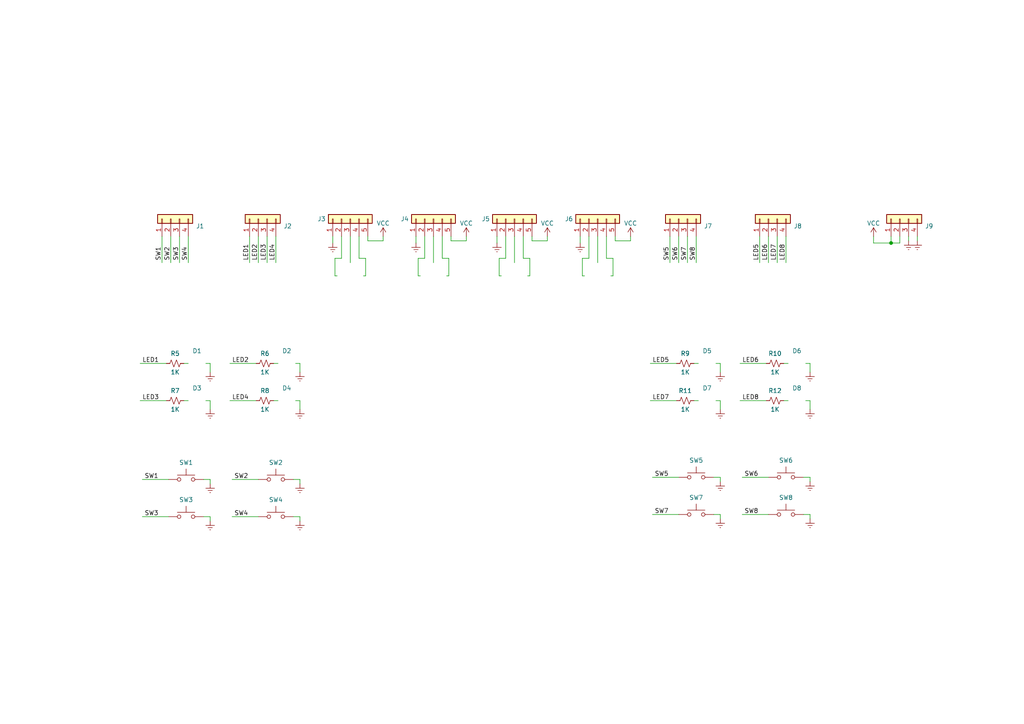
<source format=kicad_sch>
(kicad_sch (version 20211123) (generator eeschema)
  (paper "A4")
  (title_block (title "IO Board") (date "2020-02-22") (rev "1.0") (company "Gadget Reboot"))
  (lib_symbols
    (symbol "Connector_Generic:Conn_01x04" (pin_names (offset 1.016) hide)
      (property "Reference" "J" (at 0 5.08 0))
      (property "Value" "Conn_01x04" (at 0 -7.62 0))
      (symbol "Conn_01x04_1_1"
        (rectangle (start -1.27 -4.953) (end 0 -5.207) (stroke (width 0.1524)))
        (rectangle (start -1.27 -2.413) (end 0 -2.667) (stroke (width 0.1524)))
        (rectangle (start -1.27 0.127) (end 0 -0.127) (stroke (width 0.1524)))
        (rectangle (start -1.27 2.667) (end 0 2.413) (stroke (width 0.1524)))
        (rectangle (start -1.27 3.81) (end 1.27 -6.35) (stroke (width 0.254)) (fill (type background)))
        (pin passive line (at -5.08 2.54 0) (length 3.81) (name "Pin_1") (number "1"))
        (pin passive line (at -5.08 0 0) (length 3.81) (name "Pin_2") (number "2"))
        (pin passive line (at -5.08 -2.54 0) (length 3.81) (name "Pin_3") (number "3"))
        (pin passive line (at -5.08 -5.08 0) (length 3.81) (name "Pin_4") (number "4"))
      )
    )
    (symbol "Connector_Generic:Conn_01x05" (pin_names (offset 1.016) hide)
      (property "Reference" "J" (at 0 7.62 0))
      (property "Value" "Conn_01x05" (at 0 -7.62 0))
      (symbol "Conn_01x05_1_1"
        (rectangle (start -1.27 -4.953) (end 0 -5.207) (stroke (width 0.1524)))
        (rectangle (start -1.27 -2.413) (end 0 -2.667) (stroke (width 0.1524)))
        (rectangle (start -1.27 0.127) (end 0 -0.127) (stroke (width 0.1524)))
        (rectangle (start -1.27 2.667) (end 0 2.413) (stroke (width 0.1524)))
        (rectangle (start -1.27 5.207) (end 0 4.953) (stroke (width 0.1524)))
        (rectangle (start -1.27 6.35) (end 1.27 -6.35) (stroke (width 0.254)) (fill (type background)))
        (pin passive line (at -5.08 5.08 0) (length 3.81) (name "Pin_1") (number "1"))
        (pin passive line (at -5.08 2.54 0) (length 3.81) (name "Pin_2") (number "2"))
        (pin passive line (at -5.08 0 0) (length 3.81) (name "Pin_3") (number "3"))
        (pin passive line (at -5.08 -2.54 0) (length 3.81) (name "Pin_4") (number "4"))
        (pin passive line (at -5.08 -5.08 0) (length 3.81) (name "Pin_5") (number "5"))
      )
    )
    (symbol "Device:R_Small_US" (pin_numbers hide) (pin_names (offset 0.254) hide)
      (property "Reference" "R" (at 0.762 0.508 0))
      (property "Value" "R_Small_US" (at 0.762 -1.016 0))
      (symbol "R_Small_US_1_1"
        (polyline (pts (xy 0 0) (xy 1.016 -0.381) (xy 0 -0.762) (xy -1.016 -1.143) (xy 0 -1.524)))
        (polyline (pts (xy 0 1.524) (xy 1.016 1.143) (xy 0 0.762) (xy -1.016 0.381) (xy 0 0)))
        (pin passive line (at 0 2.54 270) (length 1.016) (name "~") (number "1"))
        (pin passive line (at 0 -2.54 90) (length 1.016) (name "~") (number "2"))
      )
    )
    (symbol "Switch:SW_Push" (pin_numbers hide) (pin_names (offset 1.016) hide)
      (property "Reference" "SW" (at 1.27 2.54 0))
      (property "Value" "SW_Push" (at 0 -1.524 0))
      (symbol "SW_Push_0_1"
        (circle (center -2.032 0) (radius 0.508))
        (polyline (pts (xy 0 1.27) (xy 0 3.048)))
        (polyline (pts (xy 2.54 1.27) (xy -2.54 1.27)))
        (circle (center 2.032 0) (radius 0.508))
        (pin passive line (at -5.08 0 0) (length 2.54) (name "1") (number "1"))
        (pin passive line (at 5.08 0 180) (length 2.54) (name "2") (number "2"))
      )
    )
    (symbol "power:GNDREF" (power) (pin_names (offset 0))
      (property "Value" "GNDREF" (at 0 -3.81 0))
      (symbol "GNDREF_0_1"
        (polyline (pts (xy -0.635 -1.905) (xy 0.635 -1.905)))
        (polyline (pts (xy -0.127 -2.54) (xy 0.127 -2.54)))
        (polyline (pts (xy 0 -1.27) (xy 0 0)))
        (polyline (pts (xy 1.27 -1.27) (xy -1.27 -1.27)))
      )
      (symbol "GNDREF_1_1"
        (pin power_in line (at 0 0 270) (length 0) hide (name "GNDREF") (number "1"))
      )
    )
    (symbol "power:VCC" (power) (pin_names (offset 0))
      (property "Value" "VCC" (at 0 3.81 0))
      (symbol "VCC_0_1"
        (polyline (pts (xy -0.762 1.27) (xy 0 2.54)))
        (polyline (pts (xy 0 0) (xy 0 2.54)))
        (polyline (pts (xy 0 2.54) (xy 0.762 1.27)))
      )
      (symbol "VCC_1_1"
        (pin power_in line (at 0 0 90) (length 0) hide (name "VCC") (number "1"))
      )
    )
  )
  (junction (at 258.445 70.485))
  (wire (pts (xy 106.045 80.01) (xy 106.045 74.93)))
  (wire (pts (xy 233.045 149.225) (xy 234.95 149.225)))
  (wire (pts (xy 144.78 74.93) (xy 146.685 74.93)))
  (wire (pts (xy 59.055 139.065) (xy 60.96 139.065)))
  (wire (pts (xy 80.645 116.205) (xy 79.375 116.205)))
  (wire (pts (xy 120.65 68.58) (xy 120.65 70.485)))
  (wire (pts (xy 234.95 105.41) (xy 234.95 107.95)))
  (wire (pts (xy 177.8 74.93) (xy 175.895 74.93)))
  (wire (pts (xy 177.8 80.01) (xy 177.8 74.93)))
  (wire (pts (xy 72.39 68.58) (xy 72.39 76.2)))
  (wire (pts (xy 59.055 149.86) (xy 60.96 149.86)))
  (wire (pts (xy 220.345 68.58) (xy 220.345 76.2)))
  (wire (pts (xy 234.95 149.225) (xy 234.95 150.495)))
  (wire (pts (xy 170.815 74.93) (xy 170.815 68.58)))
  (wire (pts (xy 97.155 74.93) (xy 99.06 74.93)))
  (wire (pts (xy 74.295 116.205) (xy 66.675 116.205)))
  (wire (pts (xy 106.68 68.58) (xy 106.68 69.85)))
  (wire (pts (xy 168.91 80.01) (xy 168.91 74.93)))
  (wire (pts (xy 86.995 116.205) (xy 86.995 118.745)))
  (wire (pts (xy 175.895 74.93) (xy 175.895 68.58)))
  (wire (pts (xy 182.88 69.85) (xy 182.88 68.58)))
  (wire (pts (xy 225.425 68.58) (xy 225.425 76.2)))
  (wire (pts (xy 80.645 105.41) (xy 79.375 105.41)))
  (wire (pts (xy 74.93 68.58) (xy 74.93 76.2)))
  (wire (pts (xy 158.75 69.85) (xy 158.75 68.58)))
  (wire (pts (xy 207.645 105.41) (xy 208.915 105.41)))
  (wire (pts (xy 111.125 69.85) (xy 111.125 68.58)))
  (wire (pts (xy 130.175 80.01) (xy 130.175 74.93)))
  (wire (pts (xy 74.295 105.41) (xy 66.675 105.41)))
  (wire (pts (xy 121.92 80.01) (xy 121.285 80.01)))
  (wire (pts (xy 260.985 70.485) (xy 258.445 70.485)))
  (wire (pts (xy 85.725 105.41) (xy 86.995 105.41)))
  (wire (pts (xy 80.01 68.58) (xy 80.01 76.2)))
  (wire (pts (xy 208.915 105.41) (xy 208.915 107.95)))
  (wire (pts (xy 202.565 105.41) (xy 201.295 105.41)))
  (wire (pts (xy 60.96 116.205) (xy 60.96 118.745)))
  (wire (pts (xy 194.31 68.58) (xy 194.31 76.2)))
  (wire (pts (xy 199.39 68.58) (xy 199.39 76.2)))
  (wire (pts (xy 144.145 68.58) (xy 144.145 70.485)))
  (wire (pts (xy 104.14 74.93) (xy 104.14 68.58)))
  (wire (pts (xy 54.61 68.58) (xy 54.61 76.2)))
  (wire (pts (xy 97.79 80.01) (xy 97.155 80.01)))
  (wire (pts (xy 86.995 149.86) (xy 86.995 151.13)))
  (wire (pts (xy 121.285 80.01) (xy 121.285 74.93)))
  (wire (pts (xy 135.255 69.85) (xy 135.255 68.58)))
  (wire (pts (xy 154.305 68.58) (xy 154.305 69.85)))
  (wire (pts (xy 201.93 68.58) (xy 201.93 76.2)))
  (wire (pts (xy 168.275 68.58) (xy 168.275 70.485)))
  (wire (pts (xy 130.175 74.93) (xy 128.27 74.93)))
  (wire (pts (xy 146.685 74.93) (xy 146.685 68.58)))
  (wire (pts (xy 153.67 80.01) (xy 153.67 74.93)))
  (wire (pts (xy 99.06 74.93) (xy 99.06 68.58)))
  (wire (pts (xy 149.225 76.2) (xy 149.225 68.58)))
  (wire (pts (xy 260.985 68.58) (xy 260.985 70.485)))
  (wire (pts (xy 60.96 139.065) (xy 60.96 140.335)))
  (wire (pts (xy 208.915 149.225) (xy 208.915 150.495)))
  (wire (pts (xy 85.09 149.86) (xy 86.995 149.86)))
  (wire (pts (xy 222.885 68.58) (xy 222.885 76.2)))
  (wire (pts (xy 121.285 74.93) (xy 123.19 74.93)))
  (wire (pts (xy 54.61 116.205) (xy 53.34 116.205)))
  (wire (pts (xy 266.065 68.58) (xy 266.065 69.85)))
  (wire (pts (xy 60.96 149.86) (xy 60.96 151.13)))
  (wire (pts (xy 48.26 116.205) (xy 40.64 116.205)))
  (wire (pts (xy 54.61 105.41) (xy 53.34 105.41)))
  (wire (pts (xy 228.6 116.205) (xy 227.33 116.205)))
  (wire (pts (xy 154.305 69.85) (xy 158.75 69.85)))
  (wire (pts (xy 105.41 80.01) (xy 106.045 80.01)))
  (wire (pts (xy 130.81 69.85) (xy 135.255 69.85)))
  (wire (pts (xy 177.165 80.01) (xy 177.8 80.01)))
  (wire (pts (xy 233.045 138.43) (xy 234.95 138.43)))
  (wire (pts (xy 208.915 116.205) (xy 208.915 118.745)))
  (wire (pts (xy 85.09 139.065) (xy 86.995 139.065)))
  (wire (pts (xy 145.415 80.01) (xy 144.78 80.01)))
  (wire (pts (xy 196.215 116.205) (xy 188.595 116.205)))
  (wire (pts (xy 233.68 105.41) (xy 234.95 105.41)))
  (wire (pts (xy 106.045 74.93) (xy 104.14 74.93)))
  (wire (pts (xy 129.54 80.01) (xy 130.175 80.01)))
  (wire (pts (xy 59.69 105.41) (xy 60.96 105.41)))
  (wire (pts (xy 123.19 74.93) (xy 123.19 68.58)))
  (wire (pts (xy 233.68 116.205) (xy 234.95 116.205)))
  (wire (pts (xy 202.565 116.205) (xy 201.295 116.205)))
  (wire (pts (xy 49.53 68.58) (xy 49.53 76.2)))
  (wire (pts (xy 74.93 139.065) (xy 67.31 139.065)))
  (wire (pts (xy 46.99 68.58) (xy 46.99 76.2)))
  (wire (pts (xy 101.6 76.2) (xy 101.6 68.58)))
  (wire (pts (xy 208.915 138.43) (xy 208.915 139.7)))
  (wire (pts (xy 86.995 105.41) (xy 86.995 107.95)))
  (wire (pts (xy 169.545 80.01) (xy 168.91 80.01)))
  (wire (pts (xy 234.95 116.205) (xy 234.95 118.745)))
  (wire (pts (xy 234.95 138.43) (xy 234.95 139.7)))
  (wire (pts (xy 153.67 74.93) (xy 151.765 74.93)))
  (wire (pts (xy 52.07 68.58) (xy 52.07 76.2)))
  (wire (pts (xy 222.25 105.41) (xy 214.63 105.41)))
  (wire (pts (xy 222.25 116.205) (xy 214.63 116.205)))
  (wire (pts (xy 106.68 69.85) (xy 111.125 69.85)))
  (wire (pts (xy 59.69 116.205) (xy 60.96 116.205)))
  (wire (pts (xy 207.01 149.225) (xy 208.915 149.225)))
  (wire (pts (xy 151.765 74.93) (xy 151.765 68.58)))
  (wire (pts (xy 60.96 105.41) (xy 60.96 107.95)))
  (wire (pts (xy 48.895 149.86) (xy 41.275 149.86)))
  (wire (pts (xy 77.47 68.58) (xy 77.47 76.2)))
  (wire (pts (xy 86.995 139.065) (xy 86.995 140.335)))
  (wire (pts (xy 168.91 74.93) (xy 170.815 74.93)))
  (wire (pts (xy 153.035 80.01) (xy 153.67 80.01)))
  (wire (pts (xy 130.81 68.58) (xy 130.81 69.85)))
  (wire (pts (xy 196.85 149.225) (xy 189.23 149.225)))
  (wire (pts (xy 74.93 149.86) (xy 67.31 149.86)))
  (wire (pts (xy 222.885 149.225) (xy 215.265 149.225)))
  (wire (pts (xy 85.725 116.205) (xy 86.995 116.205)))
  (wire (pts (xy 173.355 76.2) (xy 173.355 68.58)))
  (wire (pts (xy 253.365 68.58) (xy 253.365 70.485)))
  (wire (pts (xy 196.215 105.41) (xy 188.595 105.41)))
  (wire (pts (xy 125.73 76.2) (xy 125.73 68.58)))
  (wire (pts (xy 207.01 138.43) (xy 208.915 138.43)))
  (wire (pts (xy 196.85 68.58) (xy 196.85 76.2)))
  (wire (pts (xy 196.85 138.43) (xy 189.23 138.43)))
  (wire (pts (xy 144.78 80.01) (xy 144.78 74.93)))
  (wire (pts (xy 178.435 69.85) (xy 182.88 69.85)))
  (wire (pts (xy 48.26 105.41) (xy 40.64 105.41)))
  (wire (pts (xy 227.965 68.58) (xy 227.965 76.2)))
  (wire (pts (xy 222.885 138.43) (xy 215.265 138.43)))
  (wire (pts (xy 96.52 68.58) (xy 96.52 70.485)))
  (wire (pts (xy 253.365 70.485) (xy 258.445 70.485)))
  (wire (pts (xy 228.6 105.41) (xy 227.33 105.41)))
  (wire (pts (xy 97.155 80.01) (xy 97.155 74.93)))
  (wire (pts (xy 48.895 139.065) (xy 41.275 139.065)))
  (wire (pts (xy 258.445 70.485) (xy 258.445 68.58)))
  (wire (pts (xy 128.27 74.93) (xy 128.27 68.58)))
  (wire (pts (xy 178.435 68.58) (xy 178.435 69.85)))
  (wire (pts (xy 207.645 116.205) (xy 208.915 116.205)))
  (wire (pts (xy 263.525 68.58) (xy 263.525 69.85)))
  (label "SW8" (at 201.93 75.565 90))
  (label "SW6" (at 196.85 75.565 90))
  (label "SW2" (at 67.945 139.065 0))
  (label "SW5" (at 194.31 75.565 90))
  (label "LED1" (at 41.275 105.41 0))
  (label "LED8" (at 227.965 75.565 90))
  (label "SW3" (at 41.91 149.86 0))
  (label "SW4" (at 67.945 149.86 0))
  (label "LED3" (at 77.47 75.565 90))
  (label "LED6" (at 215.265 105.41 0))
  (label "SW1" (at 46.99 75.565 90))
  (label "SW2" (at 49.53 75.565 90))
  (label "SW8" (at 215.9 149.225 0))
  (label "SW1" (at 41.91 139.065 0))
  (label "SW6" (at 215.9 138.43 0))
  (label "LED7" (at 225.425 75.565 90))
  (label "LED4" (at 67.31 116.205 0))
  (label "SW3" (at 52.07 75.565 90))
  (label "LED3" (at 41.275 116.205 0))
  (label "SW7" (at 189.865 149.225 0))
  (label "LED5" (at 189.23 105.41 0))
  (label "SW4" (at 54.61 75.565 90))
  (label "LED7" (at 189.23 116.205 0))
  (label "SW7" (at 199.39 75.565 90))
  (label "LED2" (at 67.31 105.41 0))
  (label "LED8" (at 215.265 116.205 0))
  (label "LED4" (at 80.01 75.565 90))
  (label "LED5" (at 220.345 75.565 90))
  (label "LED2" (at 74.93 75.565 90))
  (label "SW5" (at 189.865 138.43 0))
  (label "LED1" (at 72.39 75.565 90))
  (label "LED6" (at 222.885 75.565 90))
  (symbol (lib_id "Device:R_POT_US") (at 101.6 80.01 90) (unit 1)
    (property "Reference" "R1" (at 101.6 82.8802 90))
    (property "Value" "10K" (effects hide))
    (property "Footprint" "_Custom_Footprints:Potentiometer_Green" (effects hide))
  )
  (symbol (lib_id "Connector_Generic:Conn_01x05") (at 101.6 63.5 90) (unit 1)
    (property "Reference" "J3" (at 92.075 63.5 90) (effects (justify right)))
    (property "Value" "Conn_01x05" (effects hide))
    (property "Footprint" "Connector_PinHeader_2.54mm:PinHeader_1x05_P2.54mm_Vertical" (effects hide))
  )
  (symbol (lib_id "power:GNDREF") (at 96.52 70.485 0) (unit 1)
    (property "Reference" "#PWR08" (effects hide))
    (property "Value" "GNDREF" (effects hide))
  )
  (symbol (lib_id "power:VCC") (at 111.125 68.58 0) (unit 1)
    (property "Reference" "#PWR01" (effects hide))
    (property "Value" "VCC" (at 111.125 64.77 0))
  )
  (symbol (lib_id "Device:R_POT_US") (at 125.73 80.01 90) (unit 1)
    (property "Reference" "R2" (at 125.73 82.8802 90))
    (property "Value" "10K" (effects hide))
    (property "Footprint" "_Custom_Footprints:Potentiometer_Green" (effects hide))
  )
  (symbol (lib_id "Connector_Generic:Conn_01x05") (at 125.73 63.5 90) (unit 1)
    (property "Reference" "J4" (at 116.205 63.5 90) (effects (justify right)))
    (property "Value" "Conn_01x05" (effects hide))
    (property "Footprint" "Connector_PinHeader_2.54mm:PinHeader_1x05_P2.54mm_Vertical" (effects hide))
  )
  (symbol (lib_id "power:GNDREF") (at 120.65 70.485 0) (unit 1)
    (property "Reference" "#PWR09" (effects hide))
    (property "Value" "GNDREF" (effects hide))
  )
  (symbol (lib_id "power:VCC") (at 135.255 68.58 0) (unit 1)
    (property "Reference" "#PWR02" (effects hide))
    (property "Value" "VCC" (at 135.255 64.77 0))
  )
  (symbol (lib_id "Device:R_POT_US") (at 149.225 80.01 90) (unit 1)
    (property "Reference" "R3" (at 149.225 82.8802 90))
    (property "Value" "10K" (effects hide))
    (property "Footprint" "_Custom_Footprints:Potentiometer_Green" (effects hide))
  )
  (symbol (lib_id "Connector_Generic:Conn_01x05") (at 149.225 63.5 90) (unit 1)
    (property "Reference" "J5" (at 139.7 63.5 90) (effects (justify right)))
    (property "Value" "Conn_01x05" (effects hide))
    (property "Footprint" "Connector_PinHeader_2.54mm:PinHeader_1x05_P2.54mm_Vertical" (effects hide))
  )
  (symbol (lib_id "power:GNDREF") (at 144.145 70.485 0) (unit 1)
    (property "Reference" "#PWR010" (effects hide))
    (property "Value" "GNDREF" (effects hide))
  )
  (symbol (lib_id "power:VCC") (at 158.75 68.58 0) (unit 1)
    (property "Reference" "#PWR03" (effects hide))
    (property "Value" "VCC" (at 158.75 64.77 0))
  )
  (symbol (lib_id "Device:R_POT_US") (at 173.355 80.01 90) (unit 1)
    (property "Reference" "R4" (at 173.355 82.8802 90))
    (property "Value" "10K" (effects hide))
    (property "Footprint" "_Custom_Footprints:Potentiometer_Green" (effects hide))
  )
  (symbol (lib_id "Connector_Generic:Conn_01x05") (at 173.355 63.5 90) (unit 1)
    (property "Reference" "J6" (at 163.83 63.5 90) (effects (justify right)))
    (property "Value" "Conn_01x05" (effects hide))
    (property "Footprint" "Connector_PinHeader_2.54mm:PinHeader_1x05_P2.54mm_Vertical" (effects hide))
  )
  (symbol (lib_id "power:GNDREF") (at 168.275 70.485 0) (unit 1)
    (property "Reference" "#PWR011" (effects hide))
    (property "Value" "GNDREF" (effects hide))
  )
  (symbol (lib_id "power:VCC") (at 182.88 68.58 0) (unit 1)
    (property "Reference" "#PWR04" (effects hide))
    (property "Value" "VCC" (at 182.88 64.77 0))
  )
  (symbol (lib_id "Switch:SW_Push") (at 80.01 149.86 0) (unit 1)
    (property "Reference" "SW4" (at 80.01 144.9578 0))
    (property "Value" "SW_Push" (effects hide))
    (property "Footprint" "_Custom_Footprints:PushButton" (effects hide))
  )
  (symbol (lib_id "power:GNDREF") (at 86.995 151.13 0) (unit 1)
    (property "Reference" "#PWR017" (effects hide))
    (property "Value" "GNDREF" (effects hide))
  )
  (symbol (lib_id "Switch:SW_Push") (at 53.975 149.86 0) (unit 1)
    (property "Reference" "SW3" (at 53.975 144.9578 0))
    (property "Value" "SW_Push" (effects hide))
    (property "Footprint" "_Custom_Footprints:PushButton" (effects hide))
  )
  (symbol (lib_id "power:GNDREF") (at 60.96 151.13 0) (unit 1)
    (property "Reference" "#PWR016" (effects hide))
    (property "Value" "GNDREF" (effects hide))
  )
  (symbol (lib_id "Switch:SW_Push") (at 80.01 139.065 0) (unit 1)
    (property "Reference" "SW2" (at 80.01 134.1628 0))
    (property "Value" "SW_Push" (effects hide))
    (property "Footprint" "_Custom_Footprints:PushButton" (effects hide))
  )
  (symbol (lib_id "power:GNDREF") (at 86.995 140.335 0) (unit 1)
    (property "Reference" "#PWR013" (effects hide))
    (property "Value" "GNDREF" (effects hide))
  )
  (symbol (lib_id "Switch:SW_Push") (at 53.975 139.065 0) (unit 1)
    (property "Reference" "SW1" (at 53.975 134.1628 0))
    (property "Value" "SW_Push" (effects hide))
    (property "Footprint" "_Custom_Footprints:PushButton" (effects hide))
  )
  (symbol (lib_id "power:GNDREF") (at 60.96 140.335 0) (unit 1)
    (property "Reference" "#PWR012" (effects hide))
    (property "Value" "GNDREF" (effects hide))
  )
  (symbol (lib_id "Connector_Generic:Conn_01x04") (at 49.53 63.5 90) (unit 1)
    (property "Reference" "J1" (at 56.8452 65.5828 90) (effects (justify right)))
    (property "Value" "Conn_01x04" (effects hide))
    (property "Footprint" "Connector_PinHeader_2.54mm:PinHeader_1x04_P2.54mm_Vertical" (effects hide))
  )
  (symbol (lib_id "Switch:SW_Push") (at 227.965 149.225 0) (unit 1)
    (property "Reference" "SW8" (at 227.965 144.3228 0))
    (property "Value" "SW_Push" (effects hide))
    (property "Footprint" "_Custom_Footprints:PushButton" (effects hide))
  )
  (symbol (lib_id "power:GNDREF") (at 234.95 150.495 0) (unit 1)
    (property "Reference" "#PWR019" (effects hide))
    (property "Value" "GNDREF" (effects hide))
  )
  (symbol (lib_id "Switch:SW_Push") (at 201.93 149.225 0) (unit 1)
    (property "Reference" "SW7" (at 201.93 144.3228 0))
    (property "Value" "SW_Push" (effects hide))
    (property "Footprint" "_Custom_Footprints:PushButton" (effects hide))
  )
  (symbol (lib_id "power:GNDREF") (at 208.915 150.495 0) (unit 1)
    (property "Reference" "#PWR018" (effects hide))
    (property "Value" "GNDREF" (effects hide))
  )
  (symbol (lib_id "Switch:SW_Push") (at 227.965 138.43 0) (unit 1)
    (property "Reference" "SW6" (at 227.965 133.5278 0))
    (property "Value" "SW_Push" (effects hide))
    (property "Footprint" "_Custom_Footprints:PushButton" (effects hide))
  )
  (symbol (lib_id "power:GNDREF") (at 234.95 139.7 0) (unit 1)
    (property "Reference" "#PWR015" (effects hide))
    (property "Value" "GNDREF" (effects hide))
  )
  (symbol (lib_id "Switch:SW_Push") (at 201.93 138.43 0) (unit 1)
    (property "Reference" "SW5" (at 201.93 133.5278 0))
    (property "Value" "SW_Push" (effects hide))
    (property "Footprint" "_Custom_Footprints:PushButton" (effects hide))
  )
  (symbol (lib_id "power:GNDREF") (at 208.915 139.7 0) (unit 1)
    (property "Reference" "#PWR014" (effects hide))
    (property "Value" "GNDREF" (effects hide))
  )
  (symbol (lib_id "Connector_Generic:Conn_01x04") (at 196.85 63.5 90) (unit 1)
    (property "Reference" "J7" (at 204.1652 65.5828 90) (effects (justify right)))
    (property "Value" "Conn_01x04" (effects hide))
    (property "Footprint" "Connector_PinHeader_2.54mm:PinHeader_1x04_P2.54mm_Vertical" (effects hide))
  )
  (symbol (lib_id "Device:LED_Small_ALT") (at 57.15 105.41 0) (mirror y) (unit 1)
    (property "Reference" "D1" (at 57.15 101.7778 0))
    (property "Value" "LED_Small_ALT" (effects hide))
    (property "Footprint" "LED_THT:LED_D5.0mm" (effects hide))
  )
  (symbol (lib_id "power:GNDREF") (at 60.96 107.95 0) (unit 1)
    (property "Reference" "#PWR020" (effects hide))
    (property "Value" "GNDREF" (effects hide))
  )
  (symbol (lib_id "Device:R_Small_US") (at 50.8 105.41 270) (unit 1)
    (property "Reference" "R5" (at 50.8 102.5398 90))
    (property "Value" "1K" (at 50.8 107.95 90))
    (property "Footprint" "Resistor_THT:R_Box_L8.4mm_W2.5mm_P5.08mm" (effects hide))
  )
  (symbol (lib_id "Device:LED_Small_ALT") (at 83.185 105.41 0) (mirror y) (unit 1)
    (property "Reference" "D2" (at 83.185 101.7778 0))
    (property "Value" "LED_Small_ALT" (effects hide))
    (property "Footprint" "LED_THT:LED_D5.0mm" (effects hide))
  )
  (symbol (lib_id "power:GNDREF") (at 86.995 107.95 0) (unit 1)
    (property "Reference" "#PWR021" (effects hide))
    (property "Value" "GNDREF" (effects hide))
  )
  (symbol (lib_id "Device:R_Small_US") (at 76.835 105.41 270) (unit 1)
    (property "Reference" "R6" (at 76.835 102.5398 90))
    (property "Value" "1K" (at 76.835 107.95 90))
    (property "Footprint" "Resistor_THT:R_Box_L8.4mm_W2.5mm_P5.08mm" (effects hide))
  )
  (symbol (lib_id "Device:LED_Small_ALT") (at 57.15 116.205 0) (mirror y) (unit 1)
    (property "Reference" "D3" (at 57.15 112.5728 0))
    (property "Value" "LED_Small_ALT" (effects hide))
    (property "Footprint" "LED_THT:LED_D5.0mm" (effects hide))
  )
  (symbol (lib_id "power:GNDREF") (at 60.96 118.745 0) (unit 1)
    (property "Reference" "#PWR024" (effects hide))
    (property "Value" "GNDREF" (effects hide))
  )
  (symbol (lib_id "Device:R_Small_US") (at 50.8 116.205 270) (unit 1)
    (property "Reference" "R7" (at 50.8 113.3348 90))
    (property "Value" "1K" (at 50.8 118.745 90))
    (property "Footprint" "Resistor_THT:R_Box_L8.4mm_W2.5mm_P5.08mm" (effects hide))
  )
  (symbol (lib_id "Device:LED_Small_ALT") (at 83.185 116.205 0) (mirror y) (unit 1)
    (property "Reference" "D4" (at 83.185 112.5728 0))
    (property "Value" "LED_Small_ALT" (effects hide))
    (property "Footprint" "LED_THT:LED_D5.0mm" (effects hide))
  )
  (symbol (lib_id "power:GNDREF") (at 86.995 118.745 0) (unit 1)
    (property "Reference" "#PWR025" (effects hide))
    (property "Value" "GNDREF" (effects hide))
  )
  (symbol (lib_id "Device:R_Small_US") (at 76.835 116.205 270) (unit 1)
    (property "Reference" "R8" (at 76.835 113.3348 90))
    (property "Value" "1K" (at 76.835 118.745 90))
    (property "Footprint" "Resistor_THT:R_Box_L8.4mm_W2.5mm_P5.08mm" (effects hide))
  )
  (symbol (lib_id "Device:LED_Small_ALT") (at 205.105 105.41 0) (mirror y) (unit 1)
    (property "Reference" "D5" (at 205.105 101.7778 0))
    (property "Value" "LED_Small_ALT" (effects hide))
    (property "Footprint" "LED_THT:LED_D5.0mm" (effects hide))
  )
  (symbol (lib_id "power:GNDREF") (at 208.915 107.95 0) (unit 1)
    (property "Reference" "#PWR022" (effects hide))
    (property "Value" "GNDREF" (effects hide))
  )
  (symbol (lib_id "Device:R_Small_US") (at 198.755 105.41 270) (unit 1)
    (property "Reference" "R9" (at 198.755 102.5398 90))
    (property "Value" "1K" (at 198.755 107.95 90))
    (property "Footprint" "Resistor_THT:R_Box_L8.4mm_W2.5mm_P5.08mm" (effects hide))
  )
  (symbol (lib_id "Device:LED_Small_ALT") (at 231.14 105.41 0) (mirror y) (unit 1)
    (property "Reference" "D6" (at 231.14 101.7778 0))
    (property "Value" "LED_Small_ALT" (effects hide))
    (property "Footprint" "LED_THT:LED_D5.0mm" (effects hide))
  )
  (symbol (lib_id "power:GNDREF") (at 234.95 107.95 0) (unit 1)
    (property "Reference" "#PWR023" (effects hide))
    (property "Value" "GNDREF" (effects hide))
  )
  (symbol (lib_id "Device:R_Small_US") (at 224.79 105.41 270) (unit 1)
    (property "Reference" "R10" (at 224.79 102.5398 90))
    (property "Value" "1K" (at 224.79 107.95 90))
    (property "Footprint" "Resistor_THT:R_Box_L8.4mm_W2.5mm_P5.08mm" (effects hide))
  )
  (symbol (lib_id "Device:LED_Small_ALT") (at 205.105 116.205 0) (mirror y) (unit 1)
    (property "Reference" "D7" (at 205.105 112.5728 0))
    (property "Value" "LED_Small_ALT" (effects hide))
    (property "Footprint" "LED_THT:LED_D5.0mm" (effects hide))
  )
  (symbol (lib_id "power:GNDREF") (at 208.915 118.745 0) (unit 1)
    (property "Reference" "#PWR026" (effects hide))
    (property "Value" "GNDREF" (effects hide))
  )
  (symbol (lib_id "Device:R_Small_US") (at 198.755 116.205 270) (unit 1)
    (property "Reference" "R11" (at 198.755 113.3348 90))
    (property "Value" "1K" (at 198.755 118.745 90))
    (property "Footprint" "Resistor_THT:R_Box_L8.4mm_W2.5mm_P5.08mm" (effects hide))
  )
  (symbol (lib_id "Device:LED_Small_ALT") (at 231.14 116.205 0) (mirror y) (unit 1)
    (property "Reference" "D8" (at 231.14 112.5728 0))
    (property "Value" "LED_Small_ALT" (effects hide))
    (property "Footprint" "LED_THT:LED_D5.0mm" (effects hide))
  )
  (symbol (lib_id "power:GNDREF") (at 234.95 118.745 0) (unit 1)
    (property "Reference" "#PWR027" (effects hide))
    (property "Value" "GNDREF" (effects hide))
  )
  (symbol (lib_id "Device:R_Small_US") (at 224.79 116.205 270) (unit 1)
    (property "Reference" "R12" (at 224.79 113.3348 90))
    (property "Value" "1K" (at 224.79 118.745 90))
    (property "Footprint" "Resistor_THT:R_Box_L8.4mm_W2.5mm_P5.08mm" (effects hide))
  )
  (symbol (lib_id "Connector_Generic:Conn_01x04") (at 74.93 63.5 90) (unit 1)
    (property "Reference" "J2" (at 82.2452 65.5828 90) (effects (justify right)))
    (property "Value" "Conn_01x04" (effects hide))
    (property "Footprint" "Connector_PinHeader_2.54mm:PinHeader_1x04_P2.54mm_Vertical" (effects hide))
  )
  (symbol (lib_id "Connector_Generic:Conn_01x04") (at 222.885 63.5 90) (unit 1)
    (property "Reference" "J8" (at 230.2002 65.5828 90) (effects (justify right)))
    (property "Value" "Conn_01x04" (effects hide))
    (property "Footprint" "Connector_PinHeader_2.54mm:PinHeader_1x04_P2.54mm_Vertical" (effects hide))
  )
  (symbol (lib_id "Connector_Generic:Conn_01x04") (at 260.985 63.5 90) (unit 1)
    (property "Reference" "J9" (at 268.3002 65.5828 90) (effects (justify right)))
    (property "Value" "Conn_01x04" (effects hide))
    (property "Footprint" "Connector_PinHeader_2.54mm:PinHeader_1x04_P2.54mm_Vertical" (effects hide))
  )
  (symbol (lib_id "power:GNDREF") (at 263.525 69.85 0) (unit 1)
    (property "Reference" "#PWR06" (effects hide))
    (property "Value" "GNDREF" (effects hide))
  )
  (symbol (lib_id "power:GNDREF") (at 266.065 69.85 0) (unit 1)
    (property "Reference" "#PWR07" (effects hide))
    (property "Value" "GNDREF" (effects hide))
  )
  (symbol (lib_id "power:VCC") (at 253.365 68.58 0) (unit 1)
    (property "Reference" "#PWR05" (effects hide))
    (property "Value" "VCC" (at 253.365 64.77 0))
  )
)
</source>
